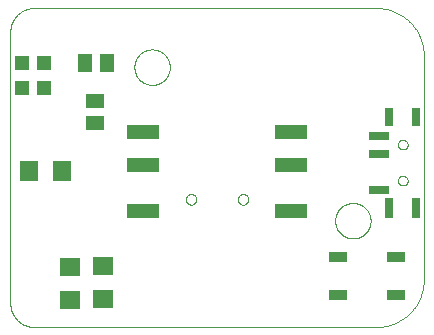
<source format=gtp>
G75*
%MOIN*%
%OFA0B0*%
%FSLAX25Y25*%
%IPPOS*%
%LPD*%
%AMOC8*
5,1,8,0,0,1.08239X$1,22.5*
%
%ADD10C,0.00000*%
%ADD11R,0.07087X0.06299*%
%ADD12R,0.06299X0.07087*%
%ADD13R,0.05906X0.03543*%
%ADD14R,0.04724X0.04724*%
%ADD15R,0.05906X0.05118*%
%ADD16R,0.05118X0.05906*%
%ADD17R,0.07087X0.02756*%
%ADD18R,0.02756X0.06756*%
%ADD19R,0.02756X0.06362*%
%ADD20R,0.10827X0.05118*%
D10*
X0025122Y0017048D02*
X0139295Y0017048D01*
X0139676Y0017053D01*
X0140056Y0017066D01*
X0140436Y0017089D01*
X0140815Y0017122D01*
X0141193Y0017163D01*
X0141570Y0017213D01*
X0141946Y0017273D01*
X0142321Y0017341D01*
X0142693Y0017419D01*
X0143064Y0017506D01*
X0143432Y0017601D01*
X0143798Y0017706D01*
X0144161Y0017819D01*
X0144522Y0017941D01*
X0144879Y0018071D01*
X0145233Y0018211D01*
X0145584Y0018358D01*
X0145931Y0018515D01*
X0146274Y0018679D01*
X0146613Y0018852D01*
X0146948Y0019033D01*
X0147279Y0019222D01*
X0147604Y0019419D01*
X0147925Y0019623D01*
X0148241Y0019836D01*
X0148551Y0020056D01*
X0148857Y0020283D01*
X0149156Y0020518D01*
X0149450Y0020760D01*
X0149738Y0021008D01*
X0150020Y0021264D01*
X0150295Y0021527D01*
X0150564Y0021796D01*
X0150827Y0022071D01*
X0151083Y0022353D01*
X0151331Y0022641D01*
X0151573Y0022935D01*
X0151808Y0023234D01*
X0152035Y0023540D01*
X0152255Y0023850D01*
X0152468Y0024166D01*
X0152672Y0024487D01*
X0152869Y0024812D01*
X0153058Y0025143D01*
X0153239Y0025478D01*
X0153412Y0025817D01*
X0153576Y0026160D01*
X0153733Y0026507D01*
X0153880Y0026858D01*
X0154020Y0027212D01*
X0154150Y0027569D01*
X0154272Y0027930D01*
X0154385Y0028293D01*
X0154490Y0028659D01*
X0154585Y0029027D01*
X0154672Y0029398D01*
X0154750Y0029770D01*
X0154818Y0030145D01*
X0154878Y0030521D01*
X0154928Y0030898D01*
X0154969Y0031276D01*
X0155002Y0031655D01*
X0155025Y0032035D01*
X0155038Y0032415D01*
X0155043Y0032796D01*
X0155043Y0107599D01*
X0155038Y0107980D01*
X0155025Y0108360D01*
X0155002Y0108740D01*
X0154969Y0109119D01*
X0154928Y0109497D01*
X0154878Y0109874D01*
X0154818Y0110250D01*
X0154750Y0110625D01*
X0154672Y0110997D01*
X0154585Y0111368D01*
X0154490Y0111736D01*
X0154385Y0112102D01*
X0154272Y0112465D01*
X0154150Y0112826D01*
X0154020Y0113183D01*
X0153880Y0113537D01*
X0153733Y0113888D01*
X0153576Y0114235D01*
X0153412Y0114578D01*
X0153239Y0114917D01*
X0153058Y0115252D01*
X0152869Y0115583D01*
X0152672Y0115908D01*
X0152468Y0116229D01*
X0152255Y0116545D01*
X0152035Y0116855D01*
X0151808Y0117161D01*
X0151573Y0117460D01*
X0151331Y0117754D01*
X0151083Y0118042D01*
X0150827Y0118324D01*
X0150564Y0118599D01*
X0150295Y0118868D01*
X0150020Y0119131D01*
X0149738Y0119387D01*
X0149450Y0119635D01*
X0149156Y0119877D01*
X0148857Y0120112D01*
X0148551Y0120339D01*
X0148241Y0120559D01*
X0147925Y0120772D01*
X0147604Y0120976D01*
X0147279Y0121173D01*
X0146948Y0121362D01*
X0146613Y0121543D01*
X0146274Y0121716D01*
X0145931Y0121880D01*
X0145584Y0122037D01*
X0145233Y0122184D01*
X0144879Y0122324D01*
X0144522Y0122454D01*
X0144161Y0122576D01*
X0143798Y0122689D01*
X0143432Y0122794D01*
X0143064Y0122889D01*
X0142693Y0122976D01*
X0142321Y0123054D01*
X0141946Y0123122D01*
X0141570Y0123182D01*
X0141193Y0123232D01*
X0140815Y0123273D01*
X0140436Y0123306D01*
X0140056Y0123329D01*
X0139676Y0123342D01*
X0139295Y0123347D01*
X0025122Y0123347D01*
X0024932Y0123345D01*
X0024742Y0123338D01*
X0024552Y0123326D01*
X0024362Y0123310D01*
X0024173Y0123290D01*
X0023984Y0123264D01*
X0023796Y0123235D01*
X0023609Y0123200D01*
X0023423Y0123161D01*
X0023238Y0123118D01*
X0023053Y0123070D01*
X0022870Y0123018D01*
X0022689Y0122962D01*
X0022509Y0122901D01*
X0022330Y0122835D01*
X0022153Y0122766D01*
X0021977Y0122692D01*
X0021804Y0122614D01*
X0021632Y0122531D01*
X0021463Y0122445D01*
X0021295Y0122355D01*
X0021130Y0122260D01*
X0020967Y0122162D01*
X0020807Y0122059D01*
X0020649Y0121953D01*
X0020494Y0121843D01*
X0020341Y0121730D01*
X0020191Y0121612D01*
X0020045Y0121491D01*
X0019901Y0121367D01*
X0019760Y0121239D01*
X0019622Y0121108D01*
X0019487Y0120973D01*
X0019356Y0120835D01*
X0019228Y0120694D01*
X0019104Y0120550D01*
X0018983Y0120404D01*
X0018865Y0120254D01*
X0018752Y0120101D01*
X0018642Y0119946D01*
X0018536Y0119788D01*
X0018433Y0119628D01*
X0018335Y0119465D01*
X0018240Y0119300D01*
X0018150Y0119132D01*
X0018064Y0118963D01*
X0017981Y0118791D01*
X0017903Y0118618D01*
X0017829Y0118442D01*
X0017760Y0118265D01*
X0017694Y0118086D01*
X0017633Y0117906D01*
X0017577Y0117725D01*
X0017525Y0117542D01*
X0017477Y0117357D01*
X0017434Y0117172D01*
X0017395Y0116986D01*
X0017360Y0116799D01*
X0017331Y0116611D01*
X0017305Y0116422D01*
X0017285Y0116233D01*
X0017269Y0116043D01*
X0017257Y0115853D01*
X0017250Y0115663D01*
X0017248Y0115473D01*
X0017248Y0024922D01*
X0017250Y0024732D01*
X0017257Y0024542D01*
X0017269Y0024352D01*
X0017285Y0024162D01*
X0017305Y0023973D01*
X0017331Y0023784D01*
X0017360Y0023596D01*
X0017395Y0023409D01*
X0017434Y0023223D01*
X0017477Y0023038D01*
X0017525Y0022853D01*
X0017577Y0022670D01*
X0017633Y0022489D01*
X0017694Y0022309D01*
X0017760Y0022130D01*
X0017829Y0021953D01*
X0017903Y0021777D01*
X0017981Y0021604D01*
X0018064Y0021432D01*
X0018150Y0021263D01*
X0018240Y0021095D01*
X0018335Y0020930D01*
X0018433Y0020767D01*
X0018536Y0020607D01*
X0018642Y0020449D01*
X0018752Y0020294D01*
X0018865Y0020141D01*
X0018983Y0019991D01*
X0019104Y0019845D01*
X0019228Y0019701D01*
X0019356Y0019560D01*
X0019487Y0019422D01*
X0019622Y0019287D01*
X0019760Y0019156D01*
X0019901Y0019028D01*
X0020045Y0018904D01*
X0020191Y0018783D01*
X0020341Y0018665D01*
X0020494Y0018552D01*
X0020649Y0018442D01*
X0020807Y0018336D01*
X0020967Y0018233D01*
X0021130Y0018135D01*
X0021295Y0018040D01*
X0021463Y0017950D01*
X0021632Y0017864D01*
X0021804Y0017781D01*
X0021977Y0017703D01*
X0022153Y0017629D01*
X0022330Y0017560D01*
X0022509Y0017494D01*
X0022689Y0017433D01*
X0022870Y0017377D01*
X0023053Y0017325D01*
X0023238Y0017277D01*
X0023423Y0017234D01*
X0023609Y0017195D01*
X0023796Y0017160D01*
X0023984Y0017131D01*
X0024173Y0017105D01*
X0024362Y0017085D01*
X0024552Y0017069D01*
X0024742Y0017057D01*
X0024932Y0017050D01*
X0025122Y0017048D01*
X0075712Y0059585D02*
X0075714Y0059669D01*
X0075720Y0059752D01*
X0075730Y0059835D01*
X0075744Y0059918D01*
X0075761Y0060000D01*
X0075783Y0060081D01*
X0075808Y0060160D01*
X0075837Y0060239D01*
X0075870Y0060316D01*
X0075906Y0060391D01*
X0075946Y0060465D01*
X0075989Y0060537D01*
X0076036Y0060606D01*
X0076086Y0060673D01*
X0076139Y0060738D01*
X0076195Y0060800D01*
X0076253Y0060860D01*
X0076315Y0060917D01*
X0076379Y0060970D01*
X0076446Y0061021D01*
X0076515Y0061068D01*
X0076586Y0061113D01*
X0076659Y0061153D01*
X0076734Y0061190D01*
X0076811Y0061224D01*
X0076889Y0061254D01*
X0076968Y0061280D01*
X0077049Y0061303D01*
X0077131Y0061321D01*
X0077213Y0061336D01*
X0077296Y0061347D01*
X0077379Y0061354D01*
X0077463Y0061357D01*
X0077547Y0061356D01*
X0077630Y0061351D01*
X0077714Y0061342D01*
X0077796Y0061329D01*
X0077878Y0061313D01*
X0077959Y0061292D01*
X0078040Y0061268D01*
X0078118Y0061240D01*
X0078196Y0061208D01*
X0078272Y0061172D01*
X0078346Y0061133D01*
X0078418Y0061091D01*
X0078488Y0061045D01*
X0078556Y0060996D01*
X0078621Y0060944D01*
X0078684Y0060889D01*
X0078744Y0060831D01*
X0078802Y0060770D01*
X0078856Y0060706D01*
X0078908Y0060640D01*
X0078956Y0060572D01*
X0079001Y0060501D01*
X0079042Y0060428D01*
X0079081Y0060354D01*
X0079115Y0060278D01*
X0079146Y0060200D01*
X0079173Y0060121D01*
X0079197Y0060040D01*
X0079216Y0059959D01*
X0079232Y0059877D01*
X0079244Y0059794D01*
X0079252Y0059710D01*
X0079256Y0059627D01*
X0079256Y0059543D01*
X0079252Y0059460D01*
X0079244Y0059376D01*
X0079232Y0059293D01*
X0079216Y0059211D01*
X0079197Y0059130D01*
X0079173Y0059049D01*
X0079146Y0058970D01*
X0079115Y0058892D01*
X0079081Y0058816D01*
X0079042Y0058742D01*
X0079001Y0058669D01*
X0078956Y0058598D01*
X0078908Y0058530D01*
X0078856Y0058464D01*
X0078802Y0058400D01*
X0078744Y0058339D01*
X0078684Y0058281D01*
X0078621Y0058226D01*
X0078556Y0058174D01*
X0078488Y0058125D01*
X0078418Y0058079D01*
X0078346Y0058037D01*
X0078272Y0057998D01*
X0078196Y0057962D01*
X0078118Y0057930D01*
X0078040Y0057902D01*
X0077959Y0057878D01*
X0077878Y0057857D01*
X0077796Y0057841D01*
X0077714Y0057828D01*
X0077630Y0057819D01*
X0077547Y0057814D01*
X0077463Y0057813D01*
X0077379Y0057816D01*
X0077296Y0057823D01*
X0077213Y0057834D01*
X0077131Y0057849D01*
X0077049Y0057867D01*
X0076968Y0057890D01*
X0076889Y0057916D01*
X0076811Y0057946D01*
X0076734Y0057980D01*
X0076659Y0058017D01*
X0076586Y0058057D01*
X0076515Y0058102D01*
X0076446Y0058149D01*
X0076379Y0058200D01*
X0076315Y0058253D01*
X0076253Y0058310D01*
X0076195Y0058370D01*
X0076139Y0058432D01*
X0076086Y0058497D01*
X0076036Y0058564D01*
X0075989Y0058633D01*
X0075946Y0058705D01*
X0075906Y0058779D01*
X0075870Y0058854D01*
X0075837Y0058931D01*
X0075808Y0059010D01*
X0075783Y0059089D01*
X0075761Y0059170D01*
X0075744Y0059252D01*
X0075730Y0059335D01*
X0075720Y0059418D01*
X0075714Y0059501D01*
X0075712Y0059585D01*
X0093035Y0059587D02*
X0093037Y0059671D01*
X0093043Y0059754D01*
X0093053Y0059837D01*
X0093067Y0059920D01*
X0093084Y0060002D01*
X0093106Y0060083D01*
X0093131Y0060162D01*
X0093160Y0060241D01*
X0093193Y0060318D01*
X0093229Y0060393D01*
X0093269Y0060467D01*
X0093312Y0060539D01*
X0093359Y0060608D01*
X0093409Y0060675D01*
X0093462Y0060740D01*
X0093518Y0060802D01*
X0093576Y0060862D01*
X0093638Y0060919D01*
X0093702Y0060972D01*
X0093769Y0061023D01*
X0093838Y0061070D01*
X0093909Y0061115D01*
X0093982Y0061155D01*
X0094057Y0061192D01*
X0094134Y0061226D01*
X0094212Y0061256D01*
X0094291Y0061282D01*
X0094372Y0061305D01*
X0094454Y0061323D01*
X0094536Y0061338D01*
X0094619Y0061349D01*
X0094702Y0061356D01*
X0094786Y0061359D01*
X0094870Y0061358D01*
X0094953Y0061353D01*
X0095037Y0061344D01*
X0095119Y0061331D01*
X0095201Y0061315D01*
X0095282Y0061294D01*
X0095363Y0061270D01*
X0095441Y0061242D01*
X0095519Y0061210D01*
X0095595Y0061174D01*
X0095669Y0061135D01*
X0095741Y0061093D01*
X0095811Y0061047D01*
X0095879Y0060998D01*
X0095944Y0060946D01*
X0096007Y0060891D01*
X0096067Y0060833D01*
X0096125Y0060772D01*
X0096179Y0060708D01*
X0096231Y0060642D01*
X0096279Y0060574D01*
X0096324Y0060503D01*
X0096365Y0060430D01*
X0096404Y0060356D01*
X0096438Y0060280D01*
X0096469Y0060202D01*
X0096496Y0060123D01*
X0096520Y0060042D01*
X0096539Y0059961D01*
X0096555Y0059879D01*
X0096567Y0059796D01*
X0096575Y0059712D01*
X0096579Y0059629D01*
X0096579Y0059545D01*
X0096575Y0059462D01*
X0096567Y0059378D01*
X0096555Y0059295D01*
X0096539Y0059213D01*
X0096520Y0059132D01*
X0096496Y0059051D01*
X0096469Y0058972D01*
X0096438Y0058894D01*
X0096404Y0058818D01*
X0096365Y0058744D01*
X0096324Y0058671D01*
X0096279Y0058600D01*
X0096231Y0058532D01*
X0096179Y0058466D01*
X0096125Y0058402D01*
X0096067Y0058341D01*
X0096007Y0058283D01*
X0095944Y0058228D01*
X0095879Y0058176D01*
X0095811Y0058127D01*
X0095741Y0058081D01*
X0095669Y0058039D01*
X0095595Y0058000D01*
X0095519Y0057964D01*
X0095441Y0057932D01*
X0095363Y0057904D01*
X0095282Y0057880D01*
X0095201Y0057859D01*
X0095119Y0057843D01*
X0095037Y0057830D01*
X0094953Y0057821D01*
X0094870Y0057816D01*
X0094786Y0057815D01*
X0094702Y0057818D01*
X0094619Y0057825D01*
X0094536Y0057836D01*
X0094454Y0057851D01*
X0094372Y0057869D01*
X0094291Y0057892D01*
X0094212Y0057918D01*
X0094134Y0057948D01*
X0094057Y0057982D01*
X0093982Y0058019D01*
X0093909Y0058059D01*
X0093838Y0058104D01*
X0093769Y0058151D01*
X0093702Y0058202D01*
X0093638Y0058255D01*
X0093576Y0058312D01*
X0093518Y0058372D01*
X0093462Y0058434D01*
X0093409Y0058499D01*
X0093359Y0058566D01*
X0093312Y0058635D01*
X0093269Y0058707D01*
X0093229Y0058781D01*
X0093193Y0058856D01*
X0093160Y0058933D01*
X0093131Y0059012D01*
X0093106Y0059091D01*
X0093084Y0059172D01*
X0093067Y0059254D01*
X0093053Y0059337D01*
X0093043Y0059420D01*
X0093037Y0059503D01*
X0093035Y0059587D01*
X0125515Y0052481D02*
X0125517Y0052634D01*
X0125523Y0052788D01*
X0125533Y0052941D01*
X0125547Y0053093D01*
X0125565Y0053246D01*
X0125587Y0053397D01*
X0125612Y0053548D01*
X0125642Y0053699D01*
X0125676Y0053849D01*
X0125713Y0053997D01*
X0125754Y0054145D01*
X0125799Y0054291D01*
X0125848Y0054437D01*
X0125901Y0054581D01*
X0125957Y0054723D01*
X0126017Y0054864D01*
X0126081Y0055004D01*
X0126148Y0055142D01*
X0126219Y0055278D01*
X0126294Y0055412D01*
X0126371Y0055544D01*
X0126453Y0055674D01*
X0126537Y0055802D01*
X0126625Y0055928D01*
X0126716Y0056051D01*
X0126810Y0056172D01*
X0126908Y0056290D01*
X0127008Y0056406D01*
X0127112Y0056519D01*
X0127218Y0056630D01*
X0127327Y0056738D01*
X0127439Y0056843D01*
X0127553Y0056944D01*
X0127671Y0057043D01*
X0127790Y0057139D01*
X0127912Y0057232D01*
X0128037Y0057321D01*
X0128164Y0057408D01*
X0128293Y0057490D01*
X0128424Y0057570D01*
X0128557Y0057646D01*
X0128692Y0057719D01*
X0128829Y0057788D01*
X0128968Y0057853D01*
X0129108Y0057915D01*
X0129250Y0057973D01*
X0129393Y0058028D01*
X0129538Y0058079D01*
X0129684Y0058126D01*
X0129831Y0058169D01*
X0129979Y0058208D01*
X0130128Y0058244D01*
X0130278Y0058275D01*
X0130429Y0058303D01*
X0130580Y0058327D01*
X0130733Y0058347D01*
X0130885Y0058363D01*
X0131038Y0058375D01*
X0131191Y0058383D01*
X0131344Y0058387D01*
X0131498Y0058387D01*
X0131651Y0058383D01*
X0131804Y0058375D01*
X0131957Y0058363D01*
X0132109Y0058347D01*
X0132262Y0058327D01*
X0132413Y0058303D01*
X0132564Y0058275D01*
X0132714Y0058244D01*
X0132863Y0058208D01*
X0133011Y0058169D01*
X0133158Y0058126D01*
X0133304Y0058079D01*
X0133449Y0058028D01*
X0133592Y0057973D01*
X0133734Y0057915D01*
X0133874Y0057853D01*
X0134013Y0057788D01*
X0134150Y0057719D01*
X0134285Y0057646D01*
X0134418Y0057570D01*
X0134549Y0057490D01*
X0134678Y0057408D01*
X0134805Y0057321D01*
X0134930Y0057232D01*
X0135052Y0057139D01*
X0135171Y0057043D01*
X0135289Y0056944D01*
X0135403Y0056843D01*
X0135515Y0056738D01*
X0135624Y0056630D01*
X0135730Y0056519D01*
X0135834Y0056406D01*
X0135934Y0056290D01*
X0136032Y0056172D01*
X0136126Y0056051D01*
X0136217Y0055928D01*
X0136305Y0055802D01*
X0136389Y0055674D01*
X0136471Y0055544D01*
X0136548Y0055412D01*
X0136623Y0055278D01*
X0136694Y0055142D01*
X0136761Y0055004D01*
X0136825Y0054864D01*
X0136885Y0054723D01*
X0136941Y0054581D01*
X0136994Y0054437D01*
X0137043Y0054291D01*
X0137088Y0054145D01*
X0137129Y0053997D01*
X0137166Y0053849D01*
X0137200Y0053699D01*
X0137230Y0053548D01*
X0137255Y0053397D01*
X0137277Y0053246D01*
X0137295Y0053093D01*
X0137309Y0052941D01*
X0137319Y0052788D01*
X0137325Y0052634D01*
X0137327Y0052481D01*
X0137325Y0052328D01*
X0137319Y0052174D01*
X0137309Y0052021D01*
X0137295Y0051869D01*
X0137277Y0051716D01*
X0137255Y0051565D01*
X0137230Y0051414D01*
X0137200Y0051263D01*
X0137166Y0051113D01*
X0137129Y0050965D01*
X0137088Y0050817D01*
X0137043Y0050671D01*
X0136994Y0050525D01*
X0136941Y0050381D01*
X0136885Y0050239D01*
X0136825Y0050098D01*
X0136761Y0049958D01*
X0136694Y0049820D01*
X0136623Y0049684D01*
X0136548Y0049550D01*
X0136471Y0049418D01*
X0136389Y0049288D01*
X0136305Y0049160D01*
X0136217Y0049034D01*
X0136126Y0048911D01*
X0136032Y0048790D01*
X0135934Y0048672D01*
X0135834Y0048556D01*
X0135730Y0048443D01*
X0135624Y0048332D01*
X0135515Y0048224D01*
X0135403Y0048119D01*
X0135289Y0048018D01*
X0135171Y0047919D01*
X0135052Y0047823D01*
X0134930Y0047730D01*
X0134805Y0047641D01*
X0134678Y0047554D01*
X0134549Y0047472D01*
X0134418Y0047392D01*
X0134285Y0047316D01*
X0134150Y0047243D01*
X0134013Y0047174D01*
X0133874Y0047109D01*
X0133734Y0047047D01*
X0133592Y0046989D01*
X0133449Y0046934D01*
X0133304Y0046883D01*
X0133158Y0046836D01*
X0133011Y0046793D01*
X0132863Y0046754D01*
X0132714Y0046718D01*
X0132564Y0046687D01*
X0132413Y0046659D01*
X0132262Y0046635D01*
X0132109Y0046615D01*
X0131957Y0046599D01*
X0131804Y0046587D01*
X0131651Y0046579D01*
X0131498Y0046575D01*
X0131344Y0046575D01*
X0131191Y0046579D01*
X0131038Y0046587D01*
X0130885Y0046599D01*
X0130733Y0046615D01*
X0130580Y0046635D01*
X0130429Y0046659D01*
X0130278Y0046687D01*
X0130128Y0046718D01*
X0129979Y0046754D01*
X0129831Y0046793D01*
X0129684Y0046836D01*
X0129538Y0046883D01*
X0129393Y0046934D01*
X0129250Y0046989D01*
X0129108Y0047047D01*
X0128968Y0047109D01*
X0128829Y0047174D01*
X0128692Y0047243D01*
X0128557Y0047316D01*
X0128424Y0047392D01*
X0128293Y0047472D01*
X0128164Y0047554D01*
X0128037Y0047641D01*
X0127912Y0047730D01*
X0127790Y0047823D01*
X0127671Y0047919D01*
X0127553Y0048018D01*
X0127439Y0048119D01*
X0127327Y0048224D01*
X0127218Y0048332D01*
X0127112Y0048443D01*
X0127008Y0048556D01*
X0126908Y0048672D01*
X0126810Y0048790D01*
X0126716Y0048911D01*
X0126625Y0049034D01*
X0126537Y0049160D01*
X0126453Y0049288D01*
X0126371Y0049418D01*
X0126294Y0049550D01*
X0126219Y0049684D01*
X0126148Y0049820D01*
X0126081Y0049958D01*
X0126017Y0050098D01*
X0125957Y0050239D01*
X0125901Y0050381D01*
X0125848Y0050525D01*
X0125799Y0050671D01*
X0125754Y0050817D01*
X0125713Y0050965D01*
X0125676Y0051113D01*
X0125642Y0051263D01*
X0125612Y0051414D01*
X0125587Y0051565D01*
X0125565Y0051716D01*
X0125547Y0051869D01*
X0125533Y0052021D01*
X0125523Y0052174D01*
X0125517Y0052328D01*
X0125515Y0052481D01*
X0146475Y0065851D02*
X0146477Y0065931D01*
X0146483Y0066010D01*
X0146493Y0066089D01*
X0146507Y0066168D01*
X0146524Y0066246D01*
X0146546Y0066323D01*
X0146571Y0066398D01*
X0146601Y0066472D01*
X0146633Y0066545D01*
X0146670Y0066616D01*
X0146710Y0066685D01*
X0146753Y0066752D01*
X0146800Y0066817D01*
X0146849Y0066879D01*
X0146902Y0066939D01*
X0146958Y0066996D01*
X0147016Y0067051D01*
X0147077Y0067102D01*
X0147141Y0067150D01*
X0147207Y0067195D01*
X0147275Y0067237D01*
X0147345Y0067275D01*
X0147417Y0067309D01*
X0147490Y0067340D01*
X0147565Y0067368D01*
X0147642Y0067391D01*
X0147719Y0067411D01*
X0147797Y0067427D01*
X0147876Y0067439D01*
X0147955Y0067447D01*
X0148035Y0067451D01*
X0148115Y0067451D01*
X0148195Y0067447D01*
X0148274Y0067439D01*
X0148353Y0067427D01*
X0148431Y0067411D01*
X0148508Y0067391D01*
X0148585Y0067368D01*
X0148660Y0067340D01*
X0148733Y0067309D01*
X0148805Y0067275D01*
X0148875Y0067237D01*
X0148943Y0067195D01*
X0149009Y0067150D01*
X0149073Y0067102D01*
X0149134Y0067051D01*
X0149192Y0066996D01*
X0149248Y0066939D01*
X0149301Y0066879D01*
X0149350Y0066817D01*
X0149397Y0066752D01*
X0149440Y0066685D01*
X0149480Y0066616D01*
X0149517Y0066545D01*
X0149549Y0066472D01*
X0149579Y0066398D01*
X0149604Y0066323D01*
X0149626Y0066246D01*
X0149643Y0066168D01*
X0149657Y0066089D01*
X0149667Y0066010D01*
X0149673Y0065931D01*
X0149675Y0065851D01*
X0149673Y0065771D01*
X0149667Y0065692D01*
X0149657Y0065613D01*
X0149643Y0065534D01*
X0149626Y0065456D01*
X0149604Y0065379D01*
X0149579Y0065304D01*
X0149549Y0065230D01*
X0149517Y0065157D01*
X0149480Y0065086D01*
X0149440Y0065017D01*
X0149397Y0064950D01*
X0149350Y0064885D01*
X0149301Y0064823D01*
X0149248Y0064763D01*
X0149192Y0064706D01*
X0149134Y0064651D01*
X0149073Y0064600D01*
X0149009Y0064552D01*
X0148943Y0064507D01*
X0148875Y0064465D01*
X0148805Y0064427D01*
X0148733Y0064393D01*
X0148660Y0064362D01*
X0148585Y0064334D01*
X0148508Y0064311D01*
X0148431Y0064291D01*
X0148353Y0064275D01*
X0148274Y0064263D01*
X0148195Y0064255D01*
X0148115Y0064251D01*
X0148035Y0064251D01*
X0147955Y0064255D01*
X0147876Y0064263D01*
X0147797Y0064275D01*
X0147719Y0064291D01*
X0147642Y0064311D01*
X0147565Y0064334D01*
X0147490Y0064362D01*
X0147417Y0064393D01*
X0147345Y0064427D01*
X0147275Y0064465D01*
X0147207Y0064507D01*
X0147141Y0064552D01*
X0147077Y0064600D01*
X0147016Y0064651D01*
X0146958Y0064706D01*
X0146902Y0064763D01*
X0146849Y0064823D01*
X0146800Y0064885D01*
X0146753Y0064950D01*
X0146710Y0065017D01*
X0146670Y0065086D01*
X0146633Y0065157D01*
X0146601Y0065230D01*
X0146571Y0065304D01*
X0146546Y0065379D01*
X0146524Y0065456D01*
X0146507Y0065534D01*
X0146493Y0065613D01*
X0146483Y0065692D01*
X0146477Y0065771D01*
X0146475Y0065851D01*
X0146475Y0077851D02*
X0146477Y0077931D01*
X0146483Y0078010D01*
X0146493Y0078089D01*
X0146507Y0078168D01*
X0146524Y0078246D01*
X0146546Y0078323D01*
X0146571Y0078398D01*
X0146601Y0078472D01*
X0146633Y0078545D01*
X0146670Y0078616D01*
X0146710Y0078685D01*
X0146753Y0078752D01*
X0146800Y0078817D01*
X0146849Y0078879D01*
X0146902Y0078939D01*
X0146958Y0078996D01*
X0147016Y0079051D01*
X0147077Y0079102D01*
X0147141Y0079150D01*
X0147207Y0079195D01*
X0147275Y0079237D01*
X0147345Y0079275D01*
X0147417Y0079309D01*
X0147490Y0079340D01*
X0147565Y0079368D01*
X0147642Y0079391D01*
X0147719Y0079411D01*
X0147797Y0079427D01*
X0147876Y0079439D01*
X0147955Y0079447D01*
X0148035Y0079451D01*
X0148115Y0079451D01*
X0148195Y0079447D01*
X0148274Y0079439D01*
X0148353Y0079427D01*
X0148431Y0079411D01*
X0148508Y0079391D01*
X0148585Y0079368D01*
X0148660Y0079340D01*
X0148733Y0079309D01*
X0148805Y0079275D01*
X0148875Y0079237D01*
X0148943Y0079195D01*
X0149009Y0079150D01*
X0149073Y0079102D01*
X0149134Y0079051D01*
X0149192Y0078996D01*
X0149248Y0078939D01*
X0149301Y0078879D01*
X0149350Y0078817D01*
X0149397Y0078752D01*
X0149440Y0078685D01*
X0149480Y0078616D01*
X0149517Y0078545D01*
X0149549Y0078472D01*
X0149579Y0078398D01*
X0149604Y0078323D01*
X0149626Y0078246D01*
X0149643Y0078168D01*
X0149657Y0078089D01*
X0149667Y0078010D01*
X0149673Y0077931D01*
X0149675Y0077851D01*
X0149673Y0077771D01*
X0149667Y0077692D01*
X0149657Y0077613D01*
X0149643Y0077534D01*
X0149626Y0077456D01*
X0149604Y0077379D01*
X0149579Y0077304D01*
X0149549Y0077230D01*
X0149517Y0077157D01*
X0149480Y0077086D01*
X0149440Y0077017D01*
X0149397Y0076950D01*
X0149350Y0076885D01*
X0149301Y0076823D01*
X0149248Y0076763D01*
X0149192Y0076706D01*
X0149134Y0076651D01*
X0149073Y0076600D01*
X0149009Y0076552D01*
X0148943Y0076507D01*
X0148875Y0076465D01*
X0148805Y0076427D01*
X0148733Y0076393D01*
X0148660Y0076362D01*
X0148585Y0076334D01*
X0148508Y0076311D01*
X0148431Y0076291D01*
X0148353Y0076275D01*
X0148274Y0076263D01*
X0148195Y0076255D01*
X0148115Y0076251D01*
X0148035Y0076251D01*
X0147955Y0076255D01*
X0147876Y0076263D01*
X0147797Y0076275D01*
X0147719Y0076291D01*
X0147642Y0076311D01*
X0147565Y0076334D01*
X0147490Y0076362D01*
X0147417Y0076393D01*
X0147345Y0076427D01*
X0147275Y0076465D01*
X0147207Y0076507D01*
X0147141Y0076552D01*
X0147077Y0076600D01*
X0147016Y0076651D01*
X0146958Y0076706D01*
X0146902Y0076763D01*
X0146849Y0076823D01*
X0146800Y0076885D01*
X0146753Y0076950D01*
X0146710Y0077017D01*
X0146670Y0077086D01*
X0146633Y0077157D01*
X0146601Y0077230D01*
X0146571Y0077304D01*
X0146546Y0077379D01*
X0146524Y0077456D01*
X0146507Y0077534D01*
X0146493Y0077613D01*
X0146483Y0077692D01*
X0146477Y0077771D01*
X0146475Y0077851D01*
X0058586Y0103662D02*
X0058588Y0103815D01*
X0058594Y0103969D01*
X0058604Y0104122D01*
X0058618Y0104274D01*
X0058636Y0104427D01*
X0058658Y0104578D01*
X0058683Y0104729D01*
X0058713Y0104880D01*
X0058747Y0105030D01*
X0058784Y0105178D01*
X0058825Y0105326D01*
X0058870Y0105472D01*
X0058919Y0105618D01*
X0058972Y0105762D01*
X0059028Y0105904D01*
X0059088Y0106045D01*
X0059152Y0106185D01*
X0059219Y0106323D01*
X0059290Y0106459D01*
X0059365Y0106593D01*
X0059442Y0106725D01*
X0059524Y0106855D01*
X0059608Y0106983D01*
X0059696Y0107109D01*
X0059787Y0107232D01*
X0059881Y0107353D01*
X0059979Y0107471D01*
X0060079Y0107587D01*
X0060183Y0107700D01*
X0060289Y0107811D01*
X0060398Y0107919D01*
X0060510Y0108024D01*
X0060624Y0108125D01*
X0060742Y0108224D01*
X0060861Y0108320D01*
X0060983Y0108413D01*
X0061108Y0108502D01*
X0061235Y0108589D01*
X0061364Y0108671D01*
X0061495Y0108751D01*
X0061628Y0108827D01*
X0061763Y0108900D01*
X0061900Y0108969D01*
X0062039Y0109034D01*
X0062179Y0109096D01*
X0062321Y0109154D01*
X0062464Y0109209D01*
X0062609Y0109260D01*
X0062755Y0109307D01*
X0062902Y0109350D01*
X0063050Y0109389D01*
X0063199Y0109425D01*
X0063349Y0109456D01*
X0063500Y0109484D01*
X0063651Y0109508D01*
X0063804Y0109528D01*
X0063956Y0109544D01*
X0064109Y0109556D01*
X0064262Y0109564D01*
X0064415Y0109568D01*
X0064569Y0109568D01*
X0064722Y0109564D01*
X0064875Y0109556D01*
X0065028Y0109544D01*
X0065180Y0109528D01*
X0065333Y0109508D01*
X0065484Y0109484D01*
X0065635Y0109456D01*
X0065785Y0109425D01*
X0065934Y0109389D01*
X0066082Y0109350D01*
X0066229Y0109307D01*
X0066375Y0109260D01*
X0066520Y0109209D01*
X0066663Y0109154D01*
X0066805Y0109096D01*
X0066945Y0109034D01*
X0067084Y0108969D01*
X0067221Y0108900D01*
X0067356Y0108827D01*
X0067489Y0108751D01*
X0067620Y0108671D01*
X0067749Y0108589D01*
X0067876Y0108502D01*
X0068001Y0108413D01*
X0068123Y0108320D01*
X0068242Y0108224D01*
X0068360Y0108125D01*
X0068474Y0108024D01*
X0068586Y0107919D01*
X0068695Y0107811D01*
X0068801Y0107700D01*
X0068905Y0107587D01*
X0069005Y0107471D01*
X0069103Y0107353D01*
X0069197Y0107232D01*
X0069288Y0107109D01*
X0069376Y0106983D01*
X0069460Y0106855D01*
X0069542Y0106725D01*
X0069619Y0106593D01*
X0069694Y0106459D01*
X0069765Y0106323D01*
X0069832Y0106185D01*
X0069896Y0106045D01*
X0069956Y0105904D01*
X0070012Y0105762D01*
X0070065Y0105618D01*
X0070114Y0105472D01*
X0070159Y0105326D01*
X0070200Y0105178D01*
X0070237Y0105030D01*
X0070271Y0104880D01*
X0070301Y0104729D01*
X0070326Y0104578D01*
X0070348Y0104427D01*
X0070366Y0104274D01*
X0070380Y0104122D01*
X0070390Y0103969D01*
X0070396Y0103815D01*
X0070398Y0103662D01*
X0070396Y0103509D01*
X0070390Y0103355D01*
X0070380Y0103202D01*
X0070366Y0103050D01*
X0070348Y0102897D01*
X0070326Y0102746D01*
X0070301Y0102595D01*
X0070271Y0102444D01*
X0070237Y0102294D01*
X0070200Y0102146D01*
X0070159Y0101998D01*
X0070114Y0101852D01*
X0070065Y0101706D01*
X0070012Y0101562D01*
X0069956Y0101420D01*
X0069896Y0101279D01*
X0069832Y0101139D01*
X0069765Y0101001D01*
X0069694Y0100865D01*
X0069619Y0100731D01*
X0069542Y0100599D01*
X0069460Y0100469D01*
X0069376Y0100341D01*
X0069288Y0100215D01*
X0069197Y0100092D01*
X0069103Y0099971D01*
X0069005Y0099853D01*
X0068905Y0099737D01*
X0068801Y0099624D01*
X0068695Y0099513D01*
X0068586Y0099405D01*
X0068474Y0099300D01*
X0068360Y0099199D01*
X0068242Y0099100D01*
X0068123Y0099004D01*
X0068001Y0098911D01*
X0067876Y0098822D01*
X0067749Y0098735D01*
X0067620Y0098653D01*
X0067489Y0098573D01*
X0067356Y0098497D01*
X0067221Y0098424D01*
X0067084Y0098355D01*
X0066945Y0098290D01*
X0066805Y0098228D01*
X0066663Y0098170D01*
X0066520Y0098115D01*
X0066375Y0098064D01*
X0066229Y0098017D01*
X0066082Y0097974D01*
X0065934Y0097935D01*
X0065785Y0097899D01*
X0065635Y0097868D01*
X0065484Y0097840D01*
X0065333Y0097816D01*
X0065180Y0097796D01*
X0065028Y0097780D01*
X0064875Y0097768D01*
X0064722Y0097760D01*
X0064569Y0097756D01*
X0064415Y0097756D01*
X0064262Y0097760D01*
X0064109Y0097768D01*
X0063956Y0097780D01*
X0063804Y0097796D01*
X0063651Y0097816D01*
X0063500Y0097840D01*
X0063349Y0097868D01*
X0063199Y0097899D01*
X0063050Y0097935D01*
X0062902Y0097974D01*
X0062755Y0098017D01*
X0062609Y0098064D01*
X0062464Y0098115D01*
X0062321Y0098170D01*
X0062179Y0098228D01*
X0062039Y0098290D01*
X0061900Y0098355D01*
X0061763Y0098424D01*
X0061628Y0098497D01*
X0061495Y0098573D01*
X0061364Y0098653D01*
X0061235Y0098735D01*
X0061108Y0098822D01*
X0060983Y0098911D01*
X0060861Y0099004D01*
X0060742Y0099100D01*
X0060624Y0099199D01*
X0060510Y0099300D01*
X0060398Y0099405D01*
X0060289Y0099513D01*
X0060183Y0099624D01*
X0060079Y0099737D01*
X0059979Y0099853D01*
X0059881Y0099971D01*
X0059787Y0100092D01*
X0059696Y0100215D01*
X0059608Y0100341D01*
X0059524Y0100469D01*
X0059442Y0100599D01*
X0059365Y0100731D01*
X0059290Y0100865D01*
X0059219Y0101001D01*
X0059152Y0101139D01*
X0059088Y0101279D01*
X0059028Y0101420D01*
X0058972Y0101562D01*
X0058919Y0101706D01*
X0058870Y0101852D01*
X0058825Y0101998D01*
X0058784Y0102146D01*
X0058747Y0102294D01*
X0058713Y0102444D01*
X0058683Y0102595D01*
X0058658Y0102746D01*
X0058636Y0102897D01*
X0058618Y0103050D01*
X0058604Y0103202D01*
X0058594Y0103355D01*
X0058588Y0103509D01*
X0058586Y0103662D01*
D11*
X0048075Y0037324D03*
X0037299Y0037016D03*
X0037299Y0025993D03*
X0048075Y0026300D03*
D12*
X0034374Y0069135D03*
X0023350Y0069135D03*
D13*
X0126382Y0040552D03*
X0126382Y0027560D03*
X0145673Y0027560D03*
X0145673Y0040552D03*
D14*
X0028350Y0096772D03*
X0021264Y0096772D03*
X0021264Y0105040D03*
X0028350Y0105040D03*
D15*
X0045476Y0092442D03*
X0045476Y0084961D03*
D16*
X0042091Y0105158D03*
X0049571Y0105158D03*
D17*
X0140287Y0080851D03*
X0140287Y0074851D03*
X0140287Y0062851D03*
D18*
X0143547Y0056564D03*
X0152602Y0056564D03*
D19*
X0152602Y0087139D03*
X0143547Y0087139D03*
D20*
X0110752Y0082009D03*
X0110752Y0070985D03*
X0110752Y0055631D03*
X0061539Y0055631D03*
X0061539Y0070985D03*
X0061539Y0082009D03*
M02*

</source>
